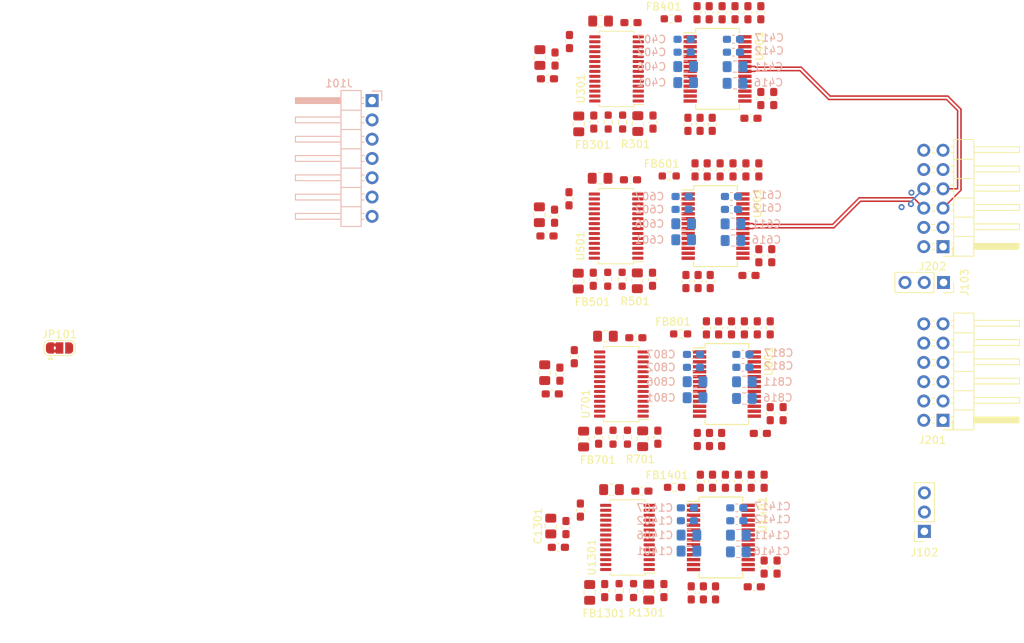
<source format=kicad_pcb>
(kicad_pcb (version 20211014) (generator pcbnew)

  (general
    (thickness 4.69)
  )

  (paper "A4")
  (layers
    (0 "F.Cu" signal)
    (1 "In1.Cu" signal)
    (2 "In2.Cu" signal)
    (31 "B.Cu" signal)
    (32 "B.Adhes" user "B.Adhesive")
    (33 "F.Adhes" user "F.Adhesive")
    (34 "B.Paste" user)
    (35 "F.Paste" user)
    (36 "B.SilkS" user "B.Silkscreen")
    (37 "F.SilkS" user "F.Silkscreen")
    (38 "B.Mask" user)
    (39 "F.Mask" user)
    (40 "Dwgs.User" user "User.Drawings")
    (41 "Cmts.User" user "User.Comments")
    (42 "Eco1.User" user "User.Eco1")
    (43 "Eco2.User" user "User.Eco2")
    (44 "Edge.Cuts" user)
    (45 "Margin" user)
    (46 "B.CrtYd" user "B.Courtyard")
    (47 "F.CrtYd" user "F.Courtyard")
    (48 "B.Fab" user)
    (49 "F.Fab" user)
    (50 "User.1" user)
    (51 "User.2" user)
    (52 "User.3" user)
    (53 "User.4" user)
    (54 "User.5" user)
    (55 "User.6" user)
    (56 "User.7" user)
    (57 "User.8" user)
    (58 "User.9" user)
  )

  (setup
    (stackup
      (layer "F.SilkS" (type "Top Silk Screen"))
      (layer "F.Paste" (type "Top Solder Paste"))
      (layer "F.Mask" (type "Top Solder Mask") (thickness 0.01))
      (layer "F.Cu" (type "copper") (thickness 0.035))
      (layer "dielectric 1" (type "core") (thickness 1.51) (material "FR4") (epsilon_r 4.5) (loss_tangent 0.02))
      (layer "In1.Cu" (type "copper") (thickness 0.035))
      (layer "dielectric 2" (type "prepreg") (thickness 1.51) (material "FR4") (epsilon_r 4.5) (loss_tangent 0.02))
      (layer "In2.Cu" (type "copper") (thickness 0.035))
      (layer "dielectric 3" (type "core") (thickness 1.51) (material "FR4") (epsilon_r 4.5) (loss_tangent 0.02))
      (layer "B.Cu" (type "copper") (thickness 0.035))
      (layer "B.Mask" (type "Bottom Solder Mask") (thickness 0.01))
      (layer "B.Paste" (type "Bottom Solder Paste"))
      (layer "B.SilkS" (type "Bottom Silk Screen"))
      (copper_finish "None")
      (dielectric_constraints no)
    )
    (pad_to_mask_clearance 0)
    (pcbplotparams
      (layerselection 0x00010fc_ffffffff)
      (disableapertmacros false)
      (usegerberextensions false)
      (usegerberattributes true)
      (usegerberadvancedattributes true)
      (creategerberjobfile true)
      (svguseinch false)
      (svgprecision 6)
      (excludeedgelayer true)
      (plotframeref false)
      (viasonmask false)
      (mode 1)
      (useauxorigin false)
      (hpglpennumber 1)
      (hpglpenspeed 20)
      (hpglpendiameter 15.000000)
      (dxfpolygonmode true)
      (dxfimperialunits true)
      (dxfusepcbnewfont true)
      (psnegative false)
      (psa4output false)
      (plotreference true)
      (plotvalue true)
      (plotinvisibletext false)
      (sketchpadsonfab false)
      (subtractmaskfromsilk false)
      (outputformat 1)
      (mirror false)
      (drillshape 1)
      (scaleselection 1)
      (outputdirectory "")
    )
  )

  (net 0 "")
  (net 1 "GND")
  (net 2 "+3V3")
  (net 3 "/CHANNEL_1")
  (net 4 "/CHANNEL_2")
  (net 5 "/CHANNEL_3")
  (net 6 "/CHANNEL_4")
  (net 7 "/GPIO1")
  (net 8 "/GPIO2")
  (net 9 "/GPIO3")
  (net 10 "/EXT_3V3")
  (net 11 "unconnected-(J103-Pad2)")
  (net 12 "/REFCLK")
  (net 13 "/LVDS_~{PWR}")
  (net 14 "/LVDS_DEN")
  (net 15 "/LVDS_SYNC")
  (net 16 "/PMOD_3V3")
  (net 17 "/ADC_~{EN}")
  (net 18 "/PMOD Headers/LVDS1+")
  (net 19 "/PMOD Headers/LVDS1-")
  (net 20 "/PMOD Headers/LVDS2+")
  (net 21 "/PMOD Headers/LVDS2-")
  (net 22 "/PMOD Headers/LVDS3+")
  (net 23 "/PMOD Headers/LVDS3-")
  (net 24 "/PMOD Headers/LVDS4+")
  (net 25 "/PMOD Headers/LVDS4-")
  (net 26 "Net-(R701-Pad1)")
  (net 27 "Net-(R1301-Pad1)")
  (net 28 "unconnected-(U701-Pad20)")
  (net 29 "unconnected-(U1301-Pad20)")
  (net 30 "/samplers/ADC 1/REFBTM")
  (net 31 "/samplers/ADC 1/REFTOP")
  (net 32 "/samplers/GND")
  (net 33 "/samplers/ADC 1/VREF")
  (net 34 "/samplers/ADC 1/+3V3")
  (net 35 "/samplers/ADC 1/+3V3_A")
  (net 36 "/samplers/LVDS Serializer 1/+3V3_A")
  (net 37 "/samplers/ADC 2/REFBTM")
  (net 38 "/samplers/ADC 2/REFTOP")
  (net 39 "/samplers/ADC 2/VREF")
  (net 40 "/samplers/ADC 2/+3V3_A")
  (net 41 "/samplers/LVDS Serializer 2/+3V3_A")
  (net 42 "/samplers/ADC 3/REFBTM")
  (net 43 "/samplers/ADC 3/REFTOP")
  (net 44 "/samplers/ADC 3/VREF")
  (net 45 "/samplers/ADC 3/+3V3_A")
  (net 46 "/samplers/LVDS Serializer 3/+3V3_A")
  (net 47 "/samplers/ADC 4/REFBTM")
  (net 48 "/samplers/ADC 4/REFTOP")
  (net 49 "/samplers/ADC 4/VREF")
  (net 50 "/samplers/ADC 4/+3V3_A")
  (net 51 "/samplers/LVDS Serializer 4/+3V3_A")
  (net 52 "Net-(R301-Pad1)")
  (net 53 "Net-(R501-Pad1)")
  (net 54 "/samplers/ADC 1/D0")
  (net 55 "/samplers/ADC 1/D1")
  (net 56 "/samplers/ADC 1/D2")
  (net 57 "/samplers/ADC 1/D3")
  (net 58 "/samplers/ADC 1/D4")
  (net 59 "/samplers/ADC 1/D5")
  (net 60 "/samplers/ADC 1/D6")
  (net 61 "/samplers/ADC 1/D7")
  (net 62 "/samplers/ADC 1/D8")
  (net 63 "/samplers/ADC 1/D9")
  (net 64 "/samplers/ADC 1/OUT_OF_RANGE")
  (net 65 "unconnected-(U301-Pad20)")
  (net 66 "/samplers/ADC 2/D0")
  (net 67 "/samplers/ADC 2/D1")
  (net 68 "/samplers/ADC 2/D2")
  (net 69 "/samplers/ADC 2/D3")
  (net 70 "/samplers/ADC 2/D4")
  (net 71 "/samplers/ADC 2/D5")
  (net 72 "/samplers/ADC 2/D6")
  (net 73 "/samplers/ADC 2/D7")
  (net 74 "/samplers/ADC 2/D8")
  (net 75 "/samplers/ADC 2/D9")
  (net 76 "/samplers/ADC 2/OUT_OF_RANGE")
  (net 77 "unconnected-(U501-Pad20)")
  (net 78 "/samplers/ADC 3/D0")
  (net 79 "/samplers/ADC 3/D1")
  (net 80 "/samplers/ADC 3/D2")
  (net 81 "/samplers/ADC 3/D3")
  (net 82 "/samplers/ADC 3/D4")
  (net 83 "/samplers/ADC 3/D5")
  (net 84 "/samplers/ADC 3/D6")
  (net 85 "/samplers/ADC 3/D7")
  (net 86 "/samplers/ADC 3/D8")
  (net 87 "/samplers/ADC 3/D9")
  (net 88 "/samplers/ADC 3/OUT_OF_RANGE")
  (net 89 "/samplers/ADC 4/D0")
  (net 90 "/samplers/ADC 4/D1")
  (net 91 "/samplers/ADC 4/D2")
  (net 92 "/samplers/ADC 4/D3")
  (net 93 "/samplers/ADC 4/D4")
  (net 94 "/samplers/ADC 4/D5")
  (net 95 "/samplers/ADC 4/D6")
  (net 96 "/samplers/ADC 4/D7")
  (net 97 "/samplers/ADC 4/D8")
  (net 98 "/samplers/ADC 4/D9")
  (net 99 "/samplers/ADC 4/OUT_OF_RANGE")

  (footprint "Capacitor_SMD:C_0603_1608Metric_Pad1.08x0.95mm_HandSolder" (layer "F.Cu") (at 198.8625 47.8 -90))

  (footprint "Capacitor_SMD:C_0603_1608Metric_Pad1.08x0.95mm_HandSolder" (layer "F.Cu") (at 189.7 112.9 90))

  (footprint "Capacitor_SMD:C_0603_1608Metric_Pad1.08x0.95mm_HandSolder" (layer "F.Cu") (at 186.1 112.6 90))

  (footprint "Resistor_SMD:R_0603_1608Metric_Pad0.98x0.95mm_HandSolder" (layer "F.Cu") (at 178.7625 50.9 -90))

  (footprint "Capacitor_SMD:C_0603_1608Metric_Pad1.08x0.95mm_HandSolder" (layer "F.Cu") (at 171.4 86.7))

  (footprint "Package_SO:SSOP-28_5.3x10.2mm_P0.65mm" (layer "F.Cu") (at 194.4 85.4))

  (footprint "Capacitor_SMD:C_0603_1608Metric_Pad1.08x0.95mm_HandSolder" (layer "F.Cu") (at 170.7625 45.2))

  (footprint "Capacitor_SMD:C_0603_1608Metric_Pad1.08x0.95mm_HandSolder" (layer "F.Cu") (at 192.1 92.7 -90))

  (footprint "Capacitor_SMD:C_0603_1608Metric_Pad1.08x0.95mm_HandSolder" (layer "F.Cu") (at 197.5625 50.4 180))

  (footprint "Capacitor_SMD:C_0603_1608Metric_Pad1.08x0.95mm_HandSolder" (layer "F.Cu") (at 175.1 102 -90))

  (footprint "Package_SO:SSOP-28_5.3x10.2mm_P0.65mm" (layer "F.Cu") (at 193.6 105.6))

  (footprint "Capacitor_SMD:C_0603_1608Metric_Pad1.08x0.95mm_HandSolder" (layer "F.Cu") (at 189 71.9 90))

  (footprint "Capacitor_SMD:C_0603_1608Metric_Pad1.08x0.95mm_HandSolder" (layer "F.Cu") (at 190.6 71.9 -90))

  (footprint "Resistor_SMD:R_0603_1608Metric_Pad0.98x0.95mm_HandSolder" (layer "F.Cu") (at 182.1 112.6 -90))

  (footprint "Capacitor_SMD:C_0603_1608Metric_Pad1.08x0.95mm_HandSolder" (layer "F.Cu") (at 171.7 63.3 -90))

  (footprint "Capacitor_SMD:C_0805_2012Metric_Pad1.18x1.45mm_HandSolder" (layer "F.Cu") (at 169.7625 42.4 90))

  (footprint "Capacitor_SMD:C_0603_1608Metric_Pad1.08x0.95mm_HandSolder" (layer "F.Cu") (at 201.8 89.3 -90))

  (footprint "Capacitor_SMD:C_0603_1608Metric_Pad1.08x0.95mm_HandSolder" (layer "F.Cu") (at 198.6 68.5 -90))

  (footprint "Capacitor_SMD:C_0603_1608Metric_Pad1.08x0.95mm_HandSolder" (layer "F.Cu") (at 176.8625 50.9 90))

  (footprint "Capacitor_SMD:C_0603_1608Metric_Pad1.08x0.95mm_HandSolder" (layer "F.Cu") (at 196.9 57.2 90))

  (footprint "Capacitor_SMD:C_0603_1608Metric_Pad1.08x0.95mm_HandSolder" (layer "F.Cu") (at 190.2 57.2 -90))

  (footprint "Capacitor_SMD:C_0603_1608Metric_Pad1.08x0.95mm_HandSolder" (layer "F.Cu") (at 200.5625 47.8 -90))

  (footprint "Package_SO:TSSOP-28_4.4x9.7mm_P0.65mm" (layer "F.Cu") (at 180.5 85.4 180))

  (footprint "Capacitor_SMD:C_0603_1608Metric_Pad1.08x0.95mm_HandSolder" (layer "F.Cu") (at 199.3 109.5 -90))

  (footprint "Capacitor_SMD:C_0603_1608Metric_Pad1.08x0.95mm_HandSolder" (layer "F.Cu") (at 190.5 92.7 90))

  (footprint "Package_SO:SSOP-28_5.3x10.2mm_P0.65mm" (layer "F.Cu") (at 192.9 64.6))

  (footprint "Jumper:SolderJumper-3_P1.3mm_Bridged2Bar12_RoundedPad1.0x1.5mm" (layer "F.Cu") (at 106.51 80.65))

  (footprint "Capacitor_SMD:C_0603_1608Metric_Pad1.08x0.95mm_HandSolder" (layer "F.Cu") (at 172.4 84.1 -90))

  (footprint "Capacitor_SMD:C_0603_1608Metric_Pad1.08x0.95mm_HandSolder" (layer "F.Cu") (at 185.3 92.4 90))

  (footprint "Capacitor_SMD:C_0603_1608Metric_Pad1.08x0.95mm_HandSolder" (layer "F.Cu") (at 196.7 78 90))

  (footprint "Capacitor_SMD:C_0805_2012Metric_Pad1.18x1.45mm_HandSolder" (layer "F.Cu") (at 179.2 99.3))

  (footprint "Capacitor_SMD:C_0603_1608Metric_Pad1.08x0.95mm_HandSolder" (layer "F.Cu") (at 200.1 78 -90))

  (footprint "Capacitor_SMD:C_0603_1608Metric_Pad1.08x0.95mm_HandSolder" (layer "F.Cu") (at 193.5 57.2 90))

  (footprint "Capacitor_SMD:C_0805_2012Metric_Pad1.18x1.45mm_HandSolder" (layer "F.Cu") (at 174.8825 51.14 90))

  (footprint "Capacitor_SMD:C_0603_1608Metric_Pad1.08x0.95mm_HandSolder" (layer "F.Cu") (at 178.3 112.6 90))

  (footprint "Capacitor_SMD:C_0603_1608Metric_Pad1.08x0.95mm_HandSolder" (layer "F.Cu") (at 193.3 78 90))

  (footprint "Capacitor_SMD:C_0603_1608Metric_Pad1.08x0.95mm_HandSolder" (layer "F.Cu") (at 192.5 98.2 90))

  (footprint "Resistor_SMD:R_0603_1608Metric_Pad0.98x0.95mm_HandSolder" (layer "F.Cu") (at 180.6625 50.9 -90))

  (footprint "Capacitor_SMD:C_0805_2012Metric_Pad1.18x1.45mm_HandSolder" (layer "F.Cu") (at 182.6 71.8 90))

  (footprint "Resistor_SMD:R_0603_1608Metric_Pad0.98x0.95mm_HandSolder" (layer "F.Cu") (at 187.5 99))

  (footprint "Capacitor_SMD:C_0603_1608Metric_Pad1.08x0.95mm_HandSolder" (layer "F.Cu") (at 176.8 71.6 90))

  (footprint "Capacitor_SMD:C_0805_2012Metric_Pad1.18x1.45mm_HandSolder" (layer "F.Cu") (at 177.7 58.3))

  (footprint "Capacitor_SMD:C_0603_1608Metric_Pad1.08x0.95mm_HandSolder" (layer "F.Cu") (at 200.1 89.3 -90))

  (footprint "Capacitor_SMD:C_0603_1608Metric_Pad1.08x0.95mm_HandSolder" (layer "F.Cu") (at 171.7625 42.6 -90))

  (footprint "Capacitor_SMD:C_0603_1608Metric_Pad1.08x0.95mm_HandSolder" (layer "F.Cu") (at 173.2 104.3 -90))

  (footprint "Capacitor_SMD:C_0805_2012Metric_Pad1.18x1.45mm_HandSolder" (layer "F.Cu") (at 170.4 83.9 90))

  (footprint "Capacitor_SMD:C_0603_1608Metric_Pad1.08x0.95mm_HandSolder" (layer "F.Cu") (at 199.3 98.2 -90))

  (footprint "Capacitor_SMD:C_0603_1608Metric_Pad1.08x0.95mm_HandSolder" (layer "F.Cu") (at 190.8625 51.2 -90))

  (footprint "Resistor_SMD:R_0603_1608Metric_Pad0.98x0.95mm_HandSolder" (layer "F.Cu") (at 180.6 71.6 -90))

  (footprint "Capacitor_SMD:C_0603_1608Metric_Pad1.08x0.95mm_HandSolder" (layer "F.Cu") (at 193.7625 36.5 90))

  (footprint "Capacitor_SMD:C_0603_1608Metric_Pad1.08x0.95mm_HandSolder" (layer "F.Cu")
    (tedit 5F68FEEF) (tstamp 7584b578-f612-43ea-8292-84c57f695696)
    (at 191.7 78 -90)
    (descr "Capacitor SMD 0603 (1608 Metric), square (rectangular) end terminal, IPC_7351 nominal with elongated pad for handsoldering. (Body size source: IPC-SM-782 page 76, https://www.pcb-3
... [397407 chars truncated]
</source>
